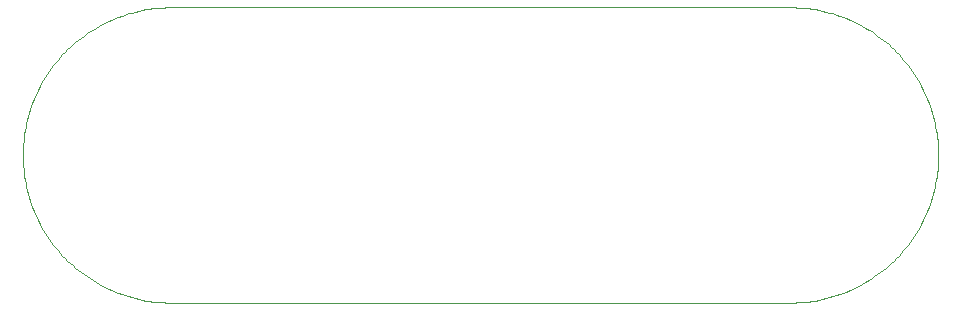
<source format=gbp>
G04 EAGLE Gerber RS-274X export*
G75*
%MOMM*%
%FSLAX35Y35*%
%LPD*%
%INsolder_paste_bottom*%
%IPPOS*%
%AMOC8*
5,1,8,0,0,1.08239X$1,22.5*%
G01*
%ADD10C,0.000000*%


D10*
X-1700000Y1250000D02*
X3550000Y1250000D01*
X3580205Y1249635D01*
X3610392Y1248540D01*
X3640544Y1246716D01*
X3670642Y1244165D01*
X3700671Y1240886D01*
X3730611Y1236883D01*
X3760446Y1232158D01*
X3790158Y1226713D01*
X3819730Y1220551D01*
X3849145Y1213677D01*
X3878384Y1206094D01*
X3907432Y1197807D01*
X3936271Y1188821D01*
X3964885Y1179140D01*
X3993256Y1168770D01*
X4021369Y1157718D01*
X4049206Y1145990D01*
X4076751Y1133593D01*
X4103989Y1120534D01*
X4130904Y1106820D01*
X4157479Y1092460D01*
X4183700Y1077462D01*
X4209550Y1061835D01*
X4235016Y1045588D01*
X4260081Y1028730D01*
X4284732Y1011271D01*
X4308953Y993222D01*
X4332731Y974593D01*
X4356053Y955395D01*
X4378903Y935638D01*
X4401270Y915336D01*
X4423139Y894499D01*
X4444499Y873139D01*
X4465336Y851270D01*
X4485638Y828903D01*
X4505395Y806053D01*
X4524593Y782731D01*
X4543222Y758953D01*
X4561271Y734732D01*
X4578730Y710081D01*
X4595588Y685016D01*
X4611835Y659550D01*
X4627462Y633700D01*
X4642460Y607479D01*
X4656820Y580904D01*
X4670534Y553989D01*
X4683593Y526751D01*
X4695990Y499206D01*
X4707718Y471369D01*
X4718770Y443256D01*
X4729140Y414885D01*
X4738821Y386271D01*
X4747807Y357432D01*
X4756094Y328384D01*
X4763677Y299145D01*
X4770551Y269730D01*
X4776713Y240158D01*
X4782158Y210446D01*
X4786883Y180611D01*
X4790886Y150671D01*
X4794165Y120642D01*
X4796716Y90544D01*
X4798540Y60392D01*
X4799635Y30205D01*
X4800000Y0D01*
X4799635Y-30205D01*
X4798540Y-60392D01*
X4796716Y-90544D01*
X4794165Y-120642D01*
X4790886Y-150671D01*
X4786883Y-180611D01*
X4782158Y-210446D01*
X4776713Y-240158D01*
X4770551Y-269730D01*
X4763677Y-299145D01*
X4756094Y-328384D01*
X4747807Y-357432D01*
X4738821Y-386271D01*
X4729140Y-414885D01*
X4718770Y-443256D01*
X4707718Y-471369D01*
X4695990Y-499206D01*
X4683593Y-526751D01*
X4670534Y-553989D01*
X4656820Y-580904D01*
X4642460Y-607479D01*
X4627462Y-633700D01*
X4611835Y-659550D01*
X4595588Y-685016D01*
X4578730Y-710081D01*
X4561271Y-734732D01*
X4543222Y-758953D01*
X4524593Y-782731D01*
X4505395Y-806053D01*
X4485638Y-828903D01*
X4465336Y-851270D01*
X4444499Y-873139D01*
X4423139Y-894499D01*
X4401270Y-915336D01*
X4378903Y-935638D01*
X4356053Y-955395D01*
X4332731Y-974593D01*
X4308953Y-993222D01*
X4284732Y-1011271D01*
X4260081Y-1028730D01*
X4235016Y-1045588D01*
X4209550Y-1061835D01*
X4183700Y-1077462D01*
X4157479Y-1092460D01*
X4130904Y-1106820D01*
X4103989Y-1120534D01*
X4076751Y-1133593D01*
X4049206Y-1145990D01*
X4021369Y-1157718D01*
X3993256Y-1168770D01*
X3964885Y-1179140D01*
X3936271Y-1188821D01*
X3907432Y-1197807D01*
X3878384Y-1206094D01*
X3849145Y-1213677D01*
X3819730Y-1220551D01*
X3790158Y-1226713D01*
X3760446Y-1232158D01*
X3730611Y-1236883D01*
X3700671Y-1240886D01*
X3670642Y-1244165D01*
X3640544Y-1246716D01*
X3610392Y-1248540D01*
X3580205Y-1249635D01*
X3550000Y-1250000D01*
X-1700000Y-1250000D01*
X-1730205Y-1249635D01*
X-1760392Y-1248540D01*
X-1790544Y-1246716D01*
X-1820642Y-1244165D01*
X-1850671Y-1240886D01*
X-1880611Y-1236883D01*
X-1910446Y-1232158D01*
X-1940158Y-1226713D01*
X-1969730Y-1220551D01*
X-1999145Y-1213677D01*
X-2028384Y-1206094D01*
X-2057432Y-1197807D01*
X-2086271Y-1188821D01*
X-2114885Y-1179140D01*
X-2143256Y-1168770D01*
X-2171369Y-1157718D01*
X-2199206Y-1145990D01*
X-2226751Y-1133593D01*
X-2253989Y-1120534D01*
X-2280904Y-1106820D01*
X-2307479Y-1092460D01*
X-2333700Y-1077462D01*
X-2359550Y-1061835D01*
X-2385016Y-1045588D01*
X-2410081Y-1028730D01*
X-2434732Y-1011271D01*
X-2458953Y-993222D01*
X-2482731Y-974593D01*
X-2506053Y-955395D01*
X-2528903Y-935638D01*
X-2551270Y-915336D01*
X-2573139Y-894499D01*
X-2594499Y-873139D01*
X-2615336Y-851270D01*
X-2635638Y-828903D01*
X-2655395Y-806053D01*
X-2674593Y-782731D01*
X-2693222Y-758953D01*
X-2711271Y-734732D01*
X-2728730Y-710081D01*
X-2745588Y-685016D01*
X-2761835Y-659550D01*
X-2777462Y-633700D01*
X-2792460Y-607479D01*
X-2806820Y-580904D01*
X-2820534Y-553989D01*
X-2833593Y-526751D01*
X-2845990Y-499206D01*
X-2857718Y-471369D01*
X-2868770Y-443256D01*
X-2879140Y-414885D01*
X-2888821Y-386271D01*
X-2897807Y-357432D01*
X-2906094Y-328384D01*
X-2913677Y-299145D01*
X-2920551Y-269730D01*
X-2926713Y-240158D01*
X-2932158Y-210446D01*
X-2936883Y-180611D01*
X-2940886Y-150671D01*
X-2944165Y-120642D01*
X-2946716Y-90544D01*
X-2948540Y-60392D01*
X-2949635Y-30205D01*
X-2950000Y0D01*
X-2949635Y30205D01*
X-2948540Y60392D01*
X-2946716Y90544D01*
X-2944165Y120642D01*
X-2940886Y150671D01*
X-2936883Y180611D01*
X-2932158Y210446D01*
X-2926713Y240158D01*
X-2920551Y269730D01*
X-2913677Y299145D01*
X-2906094Y328384D01*
X-2897807Y357432D01*
X-2888821Y386271D01*
X-2879140Y414885D01*
X-2868770Y443256D01*
X-2857718Y471369D01*
X-2845990Y499206D01*
X-2833593Y526751D01*
X-2820534Y553989D01*
X-2806820Y580904D01*
X-2792460Y607479D01*
X-2777462Y633700D01*
X-2761835Y659550D01*
X-2745588Y685016D01*
X-2728730Y710081D01*
X-2711271Y734732D01*
X-2693222Y758953D01*
X-2674593Y782731D01*
X-2655395Y806053D01*
X-2635638Y828903D01*
X-2615336Y851270D01*
X-2594499Y873139D01*
X-2573139Y894499D01*
X-2551270Y915336D01*
X-2528903Y935638D01*
X-2506053Y955395D01*
X-2482731Y974593D01*
X-2458953Y993222D01*
X-2434732Y1011271D01*
X-2410081Y1028730D01*
X-2385016Y1045588D01*
X-2359550Y1061835D01*
X-2333700Y1077462D01*
X-2307479Y1092460D01*
X-2280904Y1106820D01*
X-2253989Y1120534D01*
X-2226751Y1133593D01*
X-2199206Y1145990D01*
X-2171369Y1157718D01*
X-2143256Y1168770D01*
X-2114885Y1179140D01*
X-2086271Y1188821D01*
X-2057432Y1197807D01*
X-2028384Y1206094D01*
X-1999145Y1213677D01*
X-1969730Y1220551D01*
X-1940158Y1226713D01*
X-1910446Y1232158D01*
X-1880611Y1236883D01*
X-1850671Y1240886D01*
X-1820642Y1244165D01*
X-1790544Y1246716D01*
X-1760392Y1248540D01*
X-1730205Y1249635D01*
X-1700000Y1250000D01*
M02*

</source>
